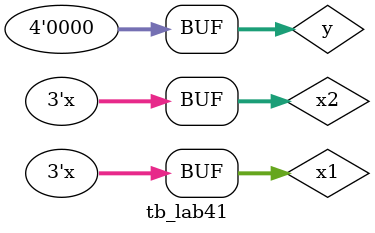
<source format=sv>
`timescale 1ns / 1ps

module tb_lab41();

    localparam int PERIOD = 80;
    
    logic [2 : 0] x1 = 3'b000;
    logic [2 : 0] x2 = 3'b000;
    logic [3 : 0] y  = 4'b0000;
    
    always #(PERIOD/8) x1 = x1 + 1;
    always #(PERIOD) x2 = x2 + 1;
    
    lab41 test_lab41(
        .x1 (x1),
        .x2 (x2),
        .y (y)
    );
    
endmodule

</source>
